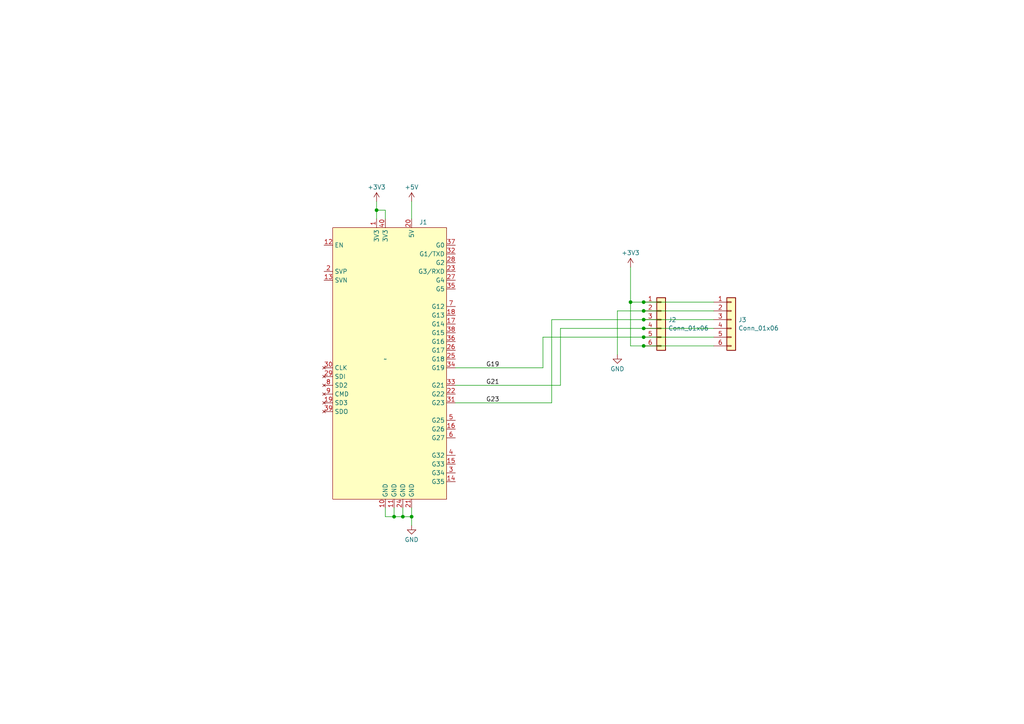
<source format=kicad_sch>
(kicad_sch (version 20230121) (generator eeschema)
  (paper "A4")
  (lib_symbols
    (symbol "Connector_Generic:Conn_01x06" (pin_names (offset 1.016) hide)
      (property "Reference" "J" (at 0 7.62 0))
      (property "Value" "Conn_01x06" (at 0 -10.16 0))
      (symbol "Conn_01x06_1_1"
        (rectangle (start -1.27 -7.493) (end 0 -7.747) (stroke (width 0.1524)))
        (rectangle (start -1.27 -4.953) (end 0 -5.207) (stroke (width 0.1524)))
        (rectangle (start -1.27 -2.413) (end 0 -2.667) (stroke (width 0.1524)))
        (rectangle (start -1.27 0.127) (end 0 -0.127) (stroke (width 0.1524)))
        (rectangle (start -1.27 2.667) (end 0 2.413) (stroke (width 0.1524)))
        (rectangle (start -1.27 5.207) (end 0 4.953) (stroke (width 0.1524)))
        (rectangle (start -1.27 6.35) (end 1.27 -8.89) (stroke (width 0.254)) (fill (type background)))
        (pin passive line (at -5.08 5.08 0) (length 3.81) (name "Pin_1") (number "1"))
        (pin passive line (at -5.08 2.54 0) (length 3.81) (name "Pin_2") (number "2"))
        (pin passive line (at -5.08 0 0) (length 3.81) (name "Pin_3") (number "3"))
        (pin passive line (at -5.08 -2.54 0) (length 3.81) (name "Pin_4") (number "4"))
        (pin passive line (at -5.08 -5.08 0) (length 3.81) (name "Pin_5") (number "5"))
        (pin passive line (at -5.08 -7.62 0) (length 3.81) (name "Pin_6") (number "6"))
      )
    )
    (symbol "connectors:ESP32_Relay_X2"
      (property "Reference" "J?" (at -12.7 40.64 0))
      (symbol "ESP32_Relay_X2_1_0"
        (pin power_out line (at 0 -43.18 90) (length 2.54) (name "GND") (number "10"))
        (pin power_out line (at 2.54 -43.18 90) (length 2.54) (name "GND") (number "11"))
        (pin input line (at -17.78 33.02 0) (length 2.54) (name "EN") (number "12"))
        (pin input line (at -17.78 22.86 0) (length 2.54) (name "SVN") (number "13"))
        (pin bidirectional line (at 20.32 -35.56 180) (length 2.54) (name "G35") (number "14"))
        (pin bidirectional line (at 20.32 -30.48 180) (length 2.54) (name "G33") (number "15"))
        (pin bidirectional line (at 20.32 -20.32 180) (length 2.54) (name "G26") (number "16"))
        (pin bidirectional line (at 20.32 10.16 180) (length 2.54) (name "G14") (number "17"))
        (pin bidirectional line (at 20.32 12.7 180) (length 2.54) (name "G13") (number "18"))
        (pin no_connect line (at -17.78 -12.7 0) (length 2.54) (name "SD3") (number "19"))
        (pin power_out line (at 7.62 40.64 270) (length 2.54) (name "5V") (number "20"))
        (pin power_out line (at 7.62 -43.18 90) (length 2.54) (name "GND") (number "21"))
        (pin bidirectional line (at 20.32 -10.16 180) (length 2.54) (name "G22") (number "22"))
        (pin bidirectional line (at 20.32 25.4 180) (length 2.54) (name "G3/RXD") (number "23"))
        (pin power_out line (at 5.08 -43.18 90) (length 2.54) (name "GND") (number "24"))
        (pin bidirectional line (at 20.32 0 180) (length 2.54) (name "G18") (number "25"))
        (pin bidirectional line (at 20.32 2.54 180) (length 2.54) (name "G17") (number "26"))
        (pin bidirectional line (at 20.32 22.86 180) (length 2.54) (name "G4") (number "27"))
        (pin bidirectional line (at 20.32 27.94 180) (length 2.54) (name "G2") (number "28"))
        (pin no_connect line (at -17.78 -5.08 0) (length 2.54) (name "SDI") (number "29"))
        (pin no_connect line (at -17.78 -2.54 0) (length 2.54) (name "CLK") (number "30"))
        (pin bidirectional line (at 20.32 -12.7 180) (length 2.54) (name "G23") (number "31"))
        (pin bidirectional line (at 20.32 30.48 180) (length 2.54) (name "G1/TXD") (number "32"))
        (pin bidirectional line (at 20.32 -7.62 180) (length 2.54) (name "G21") (number "33"))
        (pin bidirectional line (at 20.32 -2.54 180) (length 2.54) (name "G19") (number "34"))
        (pin bidirectional line (at 20.32 20.32 180) (length 2.54) (name "G5") (number "35"))
        (pin bidirectional line (at 20.32 5.08 180) (length 2.54) (name "G16") (number "36"))
        (pin bidirectional line (at 20.32 33.02 180) (length 2.54) (name "G0") (number "37"))
        (pin bidirectional line (at 20.32 7.62 180) (length 2.54) (name "G15") (number "38"))
        (pin no_connect line (at -17.78 -15.24 0) (length 2.54) (name "SDO") (number "39"))
        (pin power_out line (at 0 40.64 270) (length 2.54) (name "3V3") (number "40"))
        (pin bidirectional line (at 20.32 -22.86 180) (length 2.54) (name "G27") (number "6"))
        (pin bidirectional line (at 20.32 15.24 180) (length 2.54) (name "G12") (number "7"))
        (pin no_connect line (at -17.78 -7.62 0) (length 2.54) (name "SD2") (number "8"))
        (pin no_connect line (at -17.78 -10.16 0) (length 2.54) (name "CMD") (number "9"))
      )
      (symbol "ESP32_Relay_X2_1_1"
        (rectangle (start -15.24 38.1) (end 17.78 -40.64) (fill (type background)))
        (pin power_out line (at -2.54 40.64 270) (length 2.54) (name "3V3") (number "1"))
        (pin input line (at -17.78 25.4 0) (length 2.54) (name "SVP") (number "2"))
        (pin bidirectional line (at 20.32 -33.02 180) (length 2.54) (name "G34") (number "3"))
        (pin bidirectional line (at 20.32 -27.94 180) (length 2.54) (name "G32") (number "4"))
        (pin bidirectional line (at 20.32 -17.78 180) (length 2.54) (name "G25") (number "5"))
      )
    )
    (symbol "power:+3V3" (power) (pin_names (offset 0))
      (property "Value" "+3V3" (at 0 3.556 0))
      (symbol "+3V3_0_1"
        (polyline (pts (xy -0.762 1.27) (xy 0 2.54)))
        (polyline (pts (xy 0 0) (xy 0 2.54)))
        (polyline (pts (xy 0 2.54) (xy 0.762 1.27)))
      )
      (symbol "+3V3_1_1"
        (pin power_in line (at 0 0 90) (length 0) hide (name "+3V3") (number "1"))
      )
    )
    (symbol "power:+5V" (power) (pin_names (offset 0))
      (property "Value" "+5V" (at 0 3.556 0))
      (symbol "+5V_0_1"
        (polyline (pts (xy -0.762 1.27) (xy 0 2.54)))
        (polyline (pts (xy 0 0) (xy 0 2.54)))
        (polyline (pts (xy 0 2.54) (xy 0.762 1.27)))
      )
      (symbol "+5V_1_1"
        (pin power_in line (at 0 0 90) (length 0) hide (name "+5V") (number "1"))
      )
    )
    (symbol "power:GND" (power) (pin_names (offset 0))
      (property "Value" "GND" (at 0 -3.81 0))
      (symbol "GND_0_1"
        (polyline (pts (xy 0 0) (xy 0 -1.27) (xy 1.27 -1.27) (xy 0 -2.54) (xy -1.27 -1.27) (xy 0 -1.27)))
      )
      (symbol "GND_1_1"
        (pin power_in line (at 0 0 270) (length 0) hide (name "GND") (number "1"))
      )
    )
  )
  (junction (at 186.69 90.17))
  (junction (at 186.69 95.25))
  (junction (at 186.69 92.71))
  (junction (at 186.69 87.63))
  (junction (at 186.69 97.79))
  (junction (at 116.84 149.86))
  (junction (at 119.38 149.86))
  (junction (at 114.3 149.86))
  (junction (at 109.22 60.96))
  (junction (at 186.69 100.33))
  (junction (at 182.88 87.63))
  (wire (pts (xy 114.3 149.86) (xy 111.76 149.86)))
  (wire (pts (xy 207.01 87.63) (xy 186.69 87.63)))
  (wire (pts (xy 111.76 60.96) (xy 111.76 63.5)))
  (wire (pts (xy 186.69 92.71) (xy 160.02 92.71)))
  (wire (pts (xy 207.01 100.33) (xy 186.69 100.33)))
  (wire (pts (xy 182.88 100.33) (xy 182.88 87.63)))
  (wire (pts (xy 179.07 102.87) (xy 179.07 90.17)))
  (wire (pts (xy 116.84 149.86) (xy 114.3 149.86)))
  (wire (pts (xy 119.38 58.42) (xy 119.38 63.5)))
  (wire (pts (xy 186.69 100.33) (xy 182.88 100.33)))
  (wire (pts (xy 186.69 90.17) (xy 207.01 90.17)))
  (wire (pts (xy 109.22 58.42) (xy 109.22 60.96)))
  (wire (pts (xy 162.56 95.25) (xy 162.56 111.76)))
  (wire (pts (xy 207.01 92.71) (xy 186.69 92.71)))
  (wire (pts (xy 162.56 95.25) (xy 186.69 95.25)))
  (wire (pts (xy 114.3 147.32) (xy 114.3 149.86)))
  (wire (pts (xy 157.48 97.79) (xy 157.48 106.68)))
  (wire (pts (xy 160.02 116.84) (xy 132.08 116.84)))
  (wire (pts (xy 119.38 149.86) (xy 119.38 152.4)))
  (wire (pts (xy 186.69 87.63) (xy 182.88 87.63)))
  (wire (pts (xy 116.84 149.86) (xy 116.84 147.32)))
  (wire (pts (xy 157.48 106.68) (xy 132.08 106.68)))
  (wire (pts (xy 132.08 111.76) (xy 162.56 111.76)))
  (wire (pts (xy 182.88 77.47) (xy 182.88 87.63)))
  (wire (pts (xy 119.38 147.32) (xy 119.38 149.86)))
  (wire (pts (xy 111.76 149.86) (xy 111.76 147.32)))
  (wire (pts (xy 109.22 60.96) (xy 111.76 60.96)))
  (wire (pts (xy 119.38 149.86) (xy 116.84 149.86)))
  (wire (pts (xy 186.69 97.79) (xy 207.01 97.79)))
  (wire (pts (xy 157.48 97.79) (xy 186.69 97.79)))
  (wire (pts (xy 179.07 90.17) (xy 186.69 90.17)))
  (wire (pts (xy 109.22 60.96) (xy 109.22 63.5)))
  (wire (pts (xy 160.02 92.71) (xy 160.02 116.84)))
  (wire (pts (xy 186.69 95.25) (xy 207.01 95.25)))
  (label "G19" (at 140.97 106.68 0))
  (label "G21" (at 140.97 111.76 0))
  (label "G23" (at 140.97 116.84 0))
  (symbol (lib_id "power:GND") (at 119.38 152.4 0) (unit 1)
    (property "Reference" "#PWR01" (effects hide))
    (property "Value" "GND" (at 119.38 156.5331 0))
  )
  (symbol (lib_id "Connector_Generic:Conn_01x06") (at 212.09 92.71 0) (unit 1)
    (property "Reference" "J3" (at 214.122 92.7679 0) (effects (justify left)))
    (property "Value" "Conn_01x06" (at 214.122 95.1921 0) (effects (justify left)))
    (property "Footprint" "Connector_Molex:Molex_PicoBlade_53261-0671_1x06-1MP_P1.25mm_Horizontal" (effects hide))
  )
  (symbol (lib_id "power:GND") (at 179.07 102.87 0) (unit 1)
    (property "Reference" "#PWR05" (effects hide))
    (property "Value" "GND" (at 179.07 107.0031 0))
  )
  (symbol (lib_id "Connector_Generic:Conn_01x06") (at 191.77 92.71 0) (unit 1)
    (property "Reference" "J2" (at 193.802 92.7679 0) (effects (justify left)))
    (property "Value" "Conn_01x06" (at 193.802 95.1921 0) (effects (justify left)))
    (property "Footprint" "Connector_JST:JST_XH_B6B-XH-A_1x06_P2.50mm_Vertical" (effects hide))
  )
  (symbol (lib_id "power:+3V3") (at 109.22 58.42 0) (unit 1)
    (property "Reference" "#PWR03" (effects hide))
    (property "Value" "+3V3" (at 109.22 54.2869 0))
  )
  (symbol (lib_id "power:+5V") (at 119.38 58.42 0) (unit 1)
    (property "Reference" "#PWR02" (effects hide))
    (property "Value" "+5V" (at 119.38 54.2869 0))
  )
  (symbol (lib_id "power:+3V3") (at 182.88 77.47 0) (unit 1)
    (property "Reference" "#PWR04" (effects hide))
    (property "Value" "+3V3" (at 182.88 73.3369 0))
  )
  (symbol (lib_id "connectors:ESP32_Relay_X2") (at 111.76 104.14 0) (unit 1)
    (property "Reference" "J1" (at 121.5741 64.4469 0) (effects (justify left)))
    (property "Value" "~" (at 111.76 104.14 0))
    (property "Footprint" "custom:ESP32_Relay_X2" (effects hide))
  )
)
</source>
